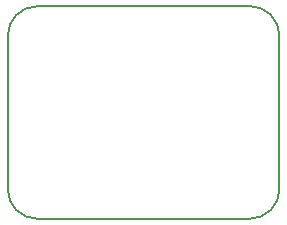
<source format=gm1>
G04 #@! TF.GenerationSoftware,KiCad,Pcbnew,(5.1.2)-1*
G04 #@! TF.CreationDate,2019-05-27T15:40:10+12:00*
G04 #@! TF.ProjectId,TinyBEC,54696e79-4245-4432-9e6b-696361645f70,rev?*
G04 #@! TF.SameCoordinates,Original*
G04 #@! TF.FileFunction,Profile,NP*
%FSLAX46Y46*%
G04 Gerber Fmt 4.6, Leading zero omitted, Abs format (unit mm)*
G04 Created by KiCad (PCBNEW (5.1.2)-1) date 2019-05-27 15:40:10*
%MOMM*%
%LPD*%
G04 APERTURE LIST*
%ADD10C,0.150000*%
G04 APERTURE END LIST*
D10*
X113500000Y-113000000D02*
G75*
G02X111000000Y-110500000I0J2500000D01*
G01*
X111000000Y-97500000D02*
G75*
G02X113500000Y-95000000I2500000J0D01*
G01*
X131500000Y-95000000D02*
G75*
G02X134000000Y-97500000I0J-2500000D01*
G01*
X134000000Y-110500000D02*
G75*
G02X131500000Y-113000000I-2500000J0D01*
G01*
X131500000Y-95000000D02*
X113500000Y-95000000D01*
X134000000Y-110500000D02*
X134000000Y-97500000D01*
X113500000Y-113000000D02*
X131500000Y-113000000D01*
X111000000Y-97500000D02*
X111000000Y-110500000D01*
M02*

</source>
